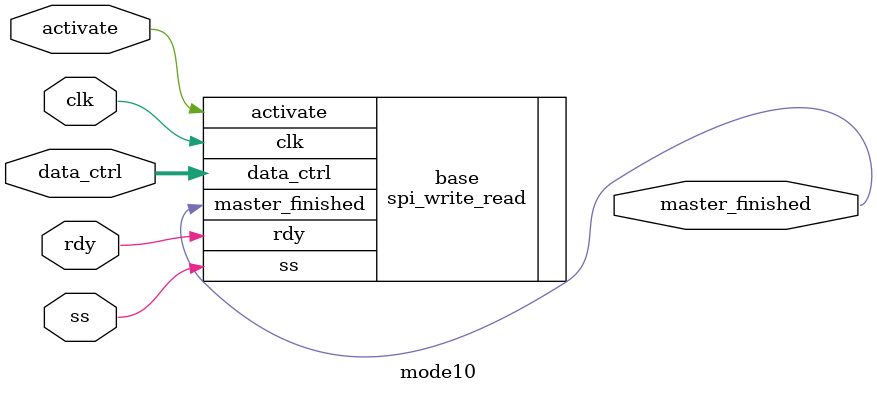
<source format=v>
/* (c) Peter McGoron 2022
 * This Source Code Form is subject to the terms of the Mozilla Public
 * License, v.2.0. If a copy of the MPL was not distributed with this
 * file, You can obtain one at https://mozilla.org/MPL/2.0/.
 */

module mode10 (
	input clk,
	input [23:0] data_ctrl,
	input activate,
	input ss,
	input rdy,
	output master_finished
);

spi_write_read
#(
	.POLARITY(1),
	.PHASE(0)
) base (
	.clk(clk),
	.data_ctrl(data_ctrl),
	.activate(activate),
	.master_finished(master_finished),
	.ss(ss),
	.rdy(rdy)
);

initial begin
	$dumpfile("mode10.vcd");
	$dumpvars();
end

endmodule

</source>
